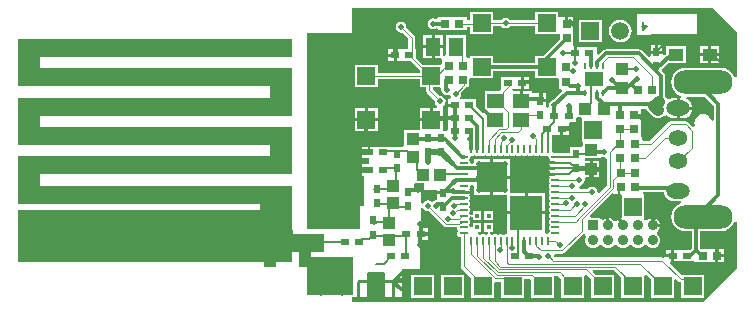
<source format=gbl>
G04 Layer_Physical_Order=4*
G04 Layer_Color=16711680*
%FSLAX25Y25*%
%MOIN*%
G70*
G01*
G75*
%ADD12C,0.00492*%
%ADD13C,0.01181*%
%ADD14C,0.03937*%
%ADD15C,0.00591*%
%ADD17R,0.05906X0.05906*%
%ADD18C,0.03543*%
%ADD19R,0.03543X0.03543*%
%ADD20C,0.05906*%
%ADD21O,0.19685X0.07874*%
%ADD22C,0.00394*%
%ADD23O,0.07874X0.05118*%
%ADD24O,0.06299X0.05118*%
%ADD25C,0.01969*%
%ADD26C,0.03150*%
%ADD43R,0.03150X0.02362*%
%ADD44R,0.03150X0.02756*%
%ADD45R,0.02756X0.03150*%
%ADD46R,0.05118X0.05906*%
%ADD47R,0.02362X0.03150*%
%ADD48R,0.05906X0.05906*%
%ADD49R,0.03937X0.03937*%
%ADD50R,0.03937X0.03937*%
%ADD51R,0.05512X0.04724*%
%ADD52R,0.10906X0.11417*%
%ADD53O,0.02835X0.00984*%
%ADD54O,0.00984X0.02835*%
%ADD55R,0.10315X0.10315*%
%ADD56R,0.01378X0.01378*%
%ADD57R,0.03937X0.04331*%
%ADD58R,0.04331X0.03937*%
%ADD59R,0.00984X0.01969*%
%ADD60R,0.05906X0.04724*%
%ADD61R,0.04921X0.04134*%
%ADD62R,0.04134X0.08661*%
%ADD63R,0.03937X0.04134*%
%ADD64C,0.01969*%
%ADD65C,0.01575*%
%ADD66C,0.00571*%
%ADD67C,0.00787*%
%ADD68R,0.91339X0.05906*%
%ADD69R,0.91339X0.17323*%
%ADD70R,0.14055X0.06299*%
%ADD71R,0.07441X0.06000*%
%ADD72R,0.07441X0.05500*%
%ADD73R,0.10630X0.05000*%
%ADD74R,0.07441X0.07000*%
%ADD75R,0.07441X0.06500*%
%ADD76R,0.15605X0.65818*%
%ADD77R,0.15605X0.12586*%
G36*
X129789Y63467D02*
X137008D01*
X137269Y63467D01*
X137795Y62898D01*
Y59941D01*
X138501D01*
X138828Y59153D01*
X135930Y56256D01*
X135464Y56163D01*
X134878Y55772D01*
X134486Y55186D01*
X134349Y54494D01*
X134430Y54087D01*
X134028Y53395D01*
X134012Y53382D01*
X133399Y53986D01*
Y55526D01*
X131431D01*
Y56018D01*
X130939D01*
Y58381D01*
X129498D01*
X129462Y58381D01*
X128710Y58466D01*
Y59139D01*
X125659D01*
Y55990D01*
X124675D01*
Y59139D01*
X122585D01*
X122120Y59927D01*
X122173Y60023D01*
X124870D01*
Y61992D01*
Y63960D01*
X118276D01*
Y60023D01*
X118276Y60023D01*
X118090Y59409D01*
X118037Y59139D01*
X112962D01*
Y52022D01*
X112235Y51721D01*
X110171Y53785D01*
Y56412D01*
X104926D01*
X104725Y56723D01*
X104583Y57200D01*
X104891Y57660D01*
X105028Y58351D01*
X104975Y58615D01*
X106722Y60361D01*
X106722Y60361D01*
X106825Y60515D01*
X107847D01*
Y62799D01*
X108135Y63467D01*
X108634Y63467D01*
X115615D01*
Y65802D01*
X129789D01*
Y63467D01*
D02*
G37*
G36*
X156102Y24803D02*
Y24803D01*
X156102Y24803D01*
X158037D01*
X158661Y24409D01*
Y16929D01*
X158661Y16929D01*
X158230Y16863D01*
X157956Y16750D01*
X157607Y16605D01*
X157072Y16195D01*
X156872Y15934D01*
X156718Y15877D01*
X156078D01*
X155923Y15934D01*
X155723Y16195D01*
X155188Y16605D01*
X154566Y16863D01*
X154390Y16886D01*
Y14370D01*
X153405D01*
Y16886D01*
X153230Y16863D01*
X152607Y16605D01*
X152244Y16327D01*
X151665Y16515D01*
X151457Y16680D01*
Y16929D01*
X148287D01*
X147985Y17657D01*
X155416Y25087D01*
X156102Y24803D01*
D02*
G37*
G36*
X172822Y25012D02*
X173160Y24198D01*
X173696Y23499D01*
X174395Y22963D01*
X175209Y22625D01*
X176083Y22511D01*
X178182D01*
X178338Y21723D01*
X177440Y21351D01*
X176453Y20594D01*
X175696Y19607D01*
X175220Y18458D01*
X175058Y17224D01*
X175220Y15991D01*
X175696Y14842D01*
X176453Y13855D01*
X177440Y13098D01*
X178589Y12622D01*
X179823Y12459D01*
X181863D01*
Y6783D01*
X181379Y6299D01*
X176083D01*
Y4331D01*
Y2362D01*
X182463D01*
X183169Y2165D01*
X183169Y2165D01*
X183169Y2165D01*
X187106D01*
X187894Y2165D01*
X188681Y2165D01*
X189764D01*
Y4331D01*
Y6496D01*
X188681D01*
X187894Y6496D01*
X187106Y6496D01*
X184959D01*
X184673Y6783D01*
Y12459D01*
X191634D01*
X192867Y12622D01*
X194017Y13098D01*
X195003Y13855D01*
X195761Y14842D01*
X196063Y15572D01*
X196850Y15415D01*
Y-0D01*
X185830Y-11021D01*
X68799D01*
Y-9448D01*
X70354D01*
Y-4330D01*
X70846D01*
Y-3838D01*
X73701D01*
Y-1886D01*
X73898Y-1180D01*
X79409D01*
X79606Y-1886D01*
Y-3838D01*
X85315D01*
Y-198D01*
X91219D01*
Y7087D01*
X91535D01*
Y9449D01*
X93898D01*
Y13386D01*
X91535D01*
Y15748D01*
X91536Y15748D01*
X91634Y16240D01*
X91634Y16240D01*
X91634Y16495D01*
Y20074D01*
X92362Y20251D01*
X92421Y20238D01*
X92793Y19682D01*
X93379Y19290D01*
X94070Y19153D01*
X94215Y19182D01*
X99280Y14117D01*
X99280Y14117D01*
X99621Y13889D01*
X100025Y13808D01*
X103597D01*
X103689Y13696D01*
X103789Y13196D01*
X104071Y12773D01*
Y12650D01*
X103789Y12226D01*
X103689Y11727D01*
X103789Y11228D01*
X104071Y10805D01*
X104495Y10522D01*
X104865Y10448D01*
Y833D01*
X104865Y833D01*
X104946Y430D01*
X105174Y88D01*
X108484Y-3223D01*
Y-9705D01*
X115965D01*
Y-5046D01*
X116507Y-4351D01*
X116507Y-4351D01*
X118484D01*
Y-5800D01*
X118451Y-5965D01*
X118484Y-6129D01*
Y-9705D01*
X125965D01*
Y-3327D01*
X128097D01*
X128484Y-3715D01*
Y-9705D01*
X135965D01*
Y-2343D01*
X137467D01*
X138484Y-3360D01*
Y-9705D01*
X145965D01*
Y-2308D01*
X146581Y-1811D01*
X148484Y-3715D01*
Y-9705D01*
X155965D01*
Y-2224D01*
X149974D01*
X148852Y-1102D01*
X149153Y-375D01*
X155971D01*
X158484Y-2888D01*
Y-9705D01*
X165965D01*
Y-2308D01*
X166581Y-1811D01*
X168484Y-3715D01*
Y-9705D01*
X175965D01*
Y-3680D01*
X176692Y-3379D01*
X177503Y-4190D01*
X177503Y-4190D01*
X177845Y-4418D01*
X178248Y-4499D01*
X178484Y-5216D01*
Y-9705D01*
X185965D01*
Y-2224D01*
X178518D01*
X174659Y1635D01*
X174960Y2362D01*
X175098D01*
Y3839D01*
X172850D01*
X172724Y3745D01*
X172516Y3646D01*
X172441Y3645D01*
X172155Y3701D01*
X172155Y3701D01*
X136199D01*
X135732Y4346D01*
X136221Y4997D01*
X138670D01*
X138670Y4997D01*
X139074Y5078D01*
X139415Y5306D01*
X145659Y11550D01*
X146030Y11692D01*
X146364Y11531D01*
X146662Y10661D01*
X146405Y10038D01*
X146317Y9370D01*
X146405Y8702D01*
X146662Y8079D01*
X147073Y7545D01*
X147607Y7135D01*
X148230Y6877D01*
X148898Y6789D01*
X149566Y6877D01*
X150188Y7135D01*
X150723Y7545D01*
X150923Y7806D01*
X151078Y7863D01*
X151717D01*
X151872Y7806D01*
X152073Y7545D01*
X152607Y7135D01*
X153230Y6877D01*
X153898Y6789D01*
X154566Y6877D01*
X155188Y7135D01*
X155723Y7545D01*
X155923Y7806D01*
X156078Y7863D01*
X156718D01*
X156872Y7806D01*
X157072Y7545D01*
X157607Y7135D01*
X158230Y6877D01*
X158898Y6789D01*
X159566Y6877D01*
X160188Y7135D01*
X160723Y7545D01*
X160923Y7806D01*
X161078Y7863D01*
X161717D01*
X161872Y7806D01*
X162073Y7545D01*
X162607Y7135D01*
X163230Y6877D01*
X163898Y6789D01*
X164566Y6877D01*
X165188Y7135D01*
X165723Y7545D01*
X165923Y7806D01*
X166078Y7863D01*
X166718D01*
X166872Y7806D01*
X167072Y7545D01*
X167607Y7135D01*
X168230Y6877D01*
X168898Y6789D01*
X169566Y6877D01*
X170188Y7135D01*
X170723Y7545D01*
X171133Y8079D01*
X171391Y8702D01*
X171479Y9370D01*
X171391Y10038D01*
X171133Y10661D01*
X170723Y11195D01*
X170461Y11396D01*
X170404Y11550D01*
Y12190D01*
X170461Y12344D01*
X170723Y12545D01*
X171133Y13080D01*
X171391Y13702D01*
X171414Y13878D01*
X168898D01*
Y14370D01*
X168405D01*
Y16886D01*
X168230Y16863D01*
X167607Y16605D01*
X167072Y16195D01*
X166538Y16104D01*
X166175Y16144D01*
X166170Y16153D01*
X166142Y16929D01*
X166142D01*
Y24409D01*
X166142D01*
X165679Y25154D01*
X165740Y25367D01*
X172776D01*
X172822Y25012D01*
D02*
G37*
G36*
X152025Y37199D02*
X152717Y37062D01*
X152785Y37075D01*
X153572Y36434D01*
Y27616D01*
X151177Y25221D01*
X150695Y25396D01*
X150413Y25570D01*
X150291Y26183D01*
X149899Y26769D01*
X149313Y27161D01*
X148622Y27299D01*
X147931Y27161D01*
X147345Y26769D01*
X147205Y26560D01*
X144857D01*
X144406Y27331D01*
X144598Y27644D01*
X145142Y27753D01*
X145729Y28144D01*
X146120Y28730D01*
X146258Y29422D01*
X146214Y29640D01*
X146784Y30428D01*
X147868D01*
Y33184D01*
Y35940D01*
X146494D01*
X146266Y36333D01*
X146494Y36727D01*
X151116D01*
Y36924D01*
X151903Y37281D01*
X152025Y37199D01*
D02*
G37*
G36*
X196850Y78740D02*
Y63915D01*
X196063Y63759D01*
X195761Y64489D01*
X195003Y65476D01*
X194017Y66233D01*
X192867Y66709D01*
X191634Y66872D01*
X179823D01*
X178589Y66709D01*
X177440Y66233D01*
X176453Y65476D01*
X175696Y64489D01*
X175220Y63340D01*
X175058Y62106D01*
X175220Y60873D01*
X175696Y59724D01*
X176453Y58737D01*
X177440Y57980D01*
X178338Y57608D01*
X178182Y56820D01*
X177953D01*
Y53937D01*
X182149D01*
X182099Y54318D01*
X181762Y55133D01*
X181225Y55832D01*
X180526Y56368D01*
X180078Y56554D01*
X180235Y57341D01*
X186341D01*
X189343Y54339D01*
Y49471D01*
X188605Y49294D01*
X188308Y50013D01*
X187834Y50630D01*
X187217Y51103D01*
X186499Y51400D01*
X185728Y51502D01*
X184958Y51400D01*
X184239Y51103D01*
X183622Y50630D01*
X183149Y50013D01*
X182852Y49294D01*
X182750Y48524D01*
X182852Y47753D01*
X182886Y47671D01*
X182218Y47225D01*
X180666Y48777D01*
X180324Y49005D01*
X179921Y49085D01*
X179921Y49085D01*
X174902D01*
X174902Y49085D01*
X174498Y49005D01*
X174156Y48777D01*
X174156Y48777D01*
X167969Y42589D01*
X165813D01*
X165256Y43146D01*
X165256Y43701D01*
X164862Y44325D01*
X164862Y44488D01*
Y48819D01*
X164862D01*
Y48819D01*
X164862Y48819D01*
Y50689D01*
X162697D01*
Y51673D01*
X164862D01*
Y53320D01*
X166629D01*
X166786Y52941D01*
X167227Y52365D01*
X168704Y50889D01*
X169279Y50447D01*
X169950Y50169D01*
X170669Y50075D01*
X171389Y50169D01*
X172059Y50447D01*
X172635Y50889D01*
X172734Y51018D01*
X173688Y51058D01*
X173717Y51042D01*
X174395Y50522D01*
X175209Y50185D01*
X176083Y50069D01*
X176969D01*
Y53445D01*
Y56820D01*
X176083D01*
X175209Y56705D01*
X174610Y56457D01*
X174543Y56447D01*
X173958Y56617D01*
X173652Y56790D01*
X173563Y57006D01*
X173157Y57535D01*
Y64173D01*
X173050Y64711D01*
X172745Y65167D01*
X172146Y65766D01*
Y66419D01*
X174133Y68405D01*
X179921D01*
Y74114D01*
X173425D01*
Y71672D01*
X172873Y71120D01*
X172146Y71421D01*
Y71653D01*
X168209D01*
Y70817D01*
X167421Y70491D01*
X165216Y72696D01*
X164760Y73001D01*
X164222Y73108D01*
X153387D01*
X152849Y73001D01*
X152393Y72696D01*
X150924Y71227D01*
X150197Y71529D01*
Y73721D01*
X143602D01*
Y71752D01*
X142618D01*
Y73846D01*
X142385Y74389D01*
X142385Y74508D01*
Y78326D01*
X142385Y79114D01*
X142385Y79901D01*
Y80984D01*
X140220D01*
Y81476D01*
X139728D01*
Y83838D01*
X138056D01*
X137269Y83842D01*
Y85514D01*
X129789D01*
Y82828D01*
X121341D01*
X121128Y83146D01*
X120543Y83538D01*
X119851Y83675D01*
X119160Y83538D01*
X118574Y83146D01*
X118361Y82828D01*
X115615D01*
Y85514D01*
X108135D01*
Y82726D01*
X106864D01*
Y83837D01*
X102927D01*
X102139Y83837D01*
X101352Y83837D01*
X97415D01*
Y83412D01*
X96627Y83113D01*
X96434Y83242D01*
X95743Y83380D01*
X95052Y83242D01*
X94466Y82851D01*
X94074Y82265D01*
X93937Y81574D01*
X94074Y80882D01*
X94466Y80296D01*
X95052Y79905D01*
X95743Y79767D01*
X96434Y79905D01*
X96627Y80034D01*
X97415Y79735D01*
Y79507D01*
X101352D01*
X102139Y79507D01*
X102927Y79507D01*
X106864D01*
Y80618D01*
X108135D01*
Y78034D01*
X115615D01*
Y80720D01*
X118488D01*
X118574Y80591D01*
X119160Y80200D01*
X119851Y80062D01*
X120543Y80200D01*
X121128Y80591D01*
X121215Y80720D01*
X129789D01*
Y78034D01*
X137267D01*
X138055Y78030D01*
Y76573D01*
X132535Y71054D01*
X132464Y70947D01*
X129789D01*
Y68612D01*
X115615D01*
Y70947D01*
X108135D01*
Y70632D01*
X107969Y70246D01*
X107273Y70056D01*
X106569Y70507D01*
Y77737D01*
X99876D01*
Y71172D01*
X99482Y70948D01*
X99089Y71172D01*
Y73505D01*
X96234D01*
Y70257D01*
X98127D01*
X98793Y69964D01*
X98793Y69526D01*
Y68556D01*
X98236Y67999D01*
X92408D01*
X90158Y70249D01*
Y73130D01*
X89614D01*
Y76948D01*
X89614Y76948D01*
X89534Y77351D01*
X89306Y77693D01*
X89306Y77693D01*
X86772Y80228D01*
X86824Y80491D01*
X86686Y81182D01*
X86295Y81769D01*
X85709Y82160D01*
X85018Y82298D01*
X84326Y82160D01*
X83740Y81769D01*
X83349Y81182D01*
X83211Y80491D01*
X83349Y79800D01*
X83740Y79214D01*
X84326Y78822D01*
X85018Y78685D01*
X85281Y78737D01*
X87507Y76512D01*
Y73130D01*
X83563D01*
Y71161D01*
Y69193D01*
X88234D01*
X91326Y66100D01*
X91204Y65313D01*
X77239D01*
Y67999D01*
X69759D01*
Y60519D01*
X77239D01*
Y63205D01*
X91413D01*
Y60519D01*
X93312D01*
Y59434D01*
X93312Y59434D01*
X93392Y59030D01*
X93621Y58688D01*
X96351Y55958D01*
X96298Y55694D01*
X96436Y55003D01*
X96828Y54417D01*
X97123Y54220D01*
X96884Y53432D01*
X95645D01*
Y50184D01*
X98893D01*
Y53242D01*
X98893Y53432D01*
X99012Y54170D01*
X99382Y54417D01*
X99774Y55003D01*
X99911Y55694D01*
X99774Y56386D01*
X99382Y56972D01*
X98796Y57363D01*
X98105Y57501D01*
X97841Y57448D01*
X95558Y59731D01*
X95754Y60519D01*
X97918D01*
X97926Y60515D01*
X98503Y59731D01*
X98463Y59532D01*
X98601Y58841D01*
X98992Y58255D01*
X99578Y57863D01*
X100270Y57726D01*
X100719Y57815D01*
X101331Y57701D01*
X101690Y57128D01*
X101316Y56412D01*
X100722D01*
Y54936D01*
X103084D01*
Y53952D01*
X100722D01*
Y52869D01*
X100722Y52475D01*
X100722D01*
X100722Y52081D01*
X100722Y52081D01*
Y50605D01*
X103084D01*
Y49621D01*
X100722D01*
Y48538D01*
X100722Y48144D01*
X100722D01*
X100722Y47751D01*
X100722Y47751D01*
Y46406D01*
X100329Y45782D01*
X99610D01*
X98893Y45952D01*
Y49200D01*
X91413D01*
Y46634D01*
X91413Y46176D01*
X90972Y46176D01*
X86155D01*
Y41260D01*
X85728Y40650D01*
X85525Y40650D01*
X81791D01*
X81791Y40650D01*
X81431Y40664D01*
Y40664D01*
X81010Y40664D01*
X76706D01*
Y40664D01*
X76706D01*
X76706Y40664D01*
X74836D01*
Y38696D01*
X74344D01*
Y38203D01*
X71982D01*
Y36727D01*
X74311D01*
Y34941D01*
X71949D01*
Y31004D01*
X72736D01*
Y27538D01*
X72703Y27457D01*
X72585Y26560D01*
X72703Y25664D01*
X72736Y25583D01*
Y20768D01*
X71457D01*
Y13285D01*
X68799D01*
Y86986D01*
X188605D01*
X196850Y78740D01*
D02*
G37*
G36*
X92848Y26097D02*
X97179D01*
Y25802D01*
X99147D01*
Y24818D01*
X97179D01*
Y22955D01*
X97121D01*
X96583Y22848D01*
X96127Y22543D01*
X96105Y22521D01*
X95348Y22237D01*
X94762Y22628D01*
X94070Y22766D01*
X93379Y22628D01*
X92793Y22237D01*
X92421Y21680D01*
X92362Y21668D01*
X91634Y21845D01*
Y25689D01*
X89272D01*
Y27686D01*
X89288Y28062D01*
X89890Y28459D01*
X92848D01*
Y26097D01*
D02*
G37*
G36*
X133491Y37668D02*
X133990Y37568D01*
X134240Y37318D01*
X134340Y36818D01*
X134623Y36395D01*
Y36272D01*
X134340Y35848D01*
X134338Y35841D01*
X136470D01*
Y34857D01*
X134338D01*
X134340Y34850D01*
X134623Y34427D01*
Y34303D01*
X134340Y33880D01*
X134338Y33873D01*
X136470D01*
Y32888D01*
X134338D01*
X134340Y32881D01*
X134623Y32458D01*
Y32335D01*
X134340Y31911D01*
X134338Y31904D01*
X136470D01*
Y30920D01*
X134338D01*
X134340Y30913D01*
X134623Y30490D01*
Y30366D01*
X134340Y29943D01*
X134240Y29444D01*
X134340Y28944D01*
X134623Y28521D01*
Y28398D01*
X134340Y27974D01*
X134240Y27475D01*
X134340Y26976D01*
X134623Y26553D01*
Y26429D01*
X134340Y26006D01*
X134240Y25507D01*
X134340Y25007D01*
X134623Y24584D01*
Y24461D01*
X134340Y24037D01*
X134240Y23538D01*
X134340Y23039D01*
X134623Y22616D01*
Y22492D01*
X134340Y22069D01*
X134240Y21570D01*
X134340Y21070D01*
X134623Y20647D01*
Y20524D01*
X134340Y20100D01*
X134240Y19601D01*
X134340Y19102D01*
X134623Y18679D01*
Y18555D01*
X134340Y18132D01*
X134240Y17633D01*
X134340Y17133D01*
X134623Y16710D01*
Y16587D01*
X134340Y16163D01*
X134240Y15664D01*
X134340Y15165D01*
X134591Y14680D01*
X134340Y14195D01*
X134240Y13696D01*
X134340Y13196D01*
X134623Y12773D01*
Y12650D01*
X134340Y12226D01*
X134240Y11727D01*
X133507Y11380D01*
X133491Y11377D01*
X133437Y11342D01*
X133257Y11424D01*
X132947Y12121D01*
X132947Y12121D01*
Y18125D01*
X120466D01*
Y12229D01*
X120342Y11863D01*
X120150Y11464D01*
X119711Y11377D01*
X119288Y11095D01*
X119164D01*
X118741Y11377D01*
X118242Y11477D01*
X117743Y11377D01*
X117319Y11095D01*
X117196D01*
X116773Y11377D01*
X116273Y11477D01*
X115774Y11377D01*
X115351Y11095D01*
X115227D01*
X114820Y11366D01*
X114804Y11377D01*
X114804Y11377D01*
X114531Y11441D01*
X114607Y12219D01*
X115781D01*
Y15172D01*
X112829D01*
Y12219D01*
X114002D01*
X114079Y11441D01*
X113806Y11377D01*
X113806Y11377D01*
X113789Y11366D01*
X113382Y11095D01*
X113259D01*
X112836Y11377D01*
X112336Y11477D01*
X111837Y11377D01*
X111414Y11095D01*
X111290D01*
X110867Y11377D01*
X110593Y11432D01*
X110670Y12219D01*
X111844D01*
Y15172D01*
X108891D01*
Y13998D01*
X108104Y13920D01*
X108049Y14195D01*
X107767Y14618D01*
Y14742D01*
X108049Y15165D01*
X108149Y15664D01*
X108049Y16163D01*
X107767Y16587D01*
Y16710D01*
X108039Y17117D01*
X108049Y17133D01*
X108049Y17133D01*
X108113Y17407D01*
X108891Y17330D01*
Y16156D01*
X111844D01*
Y19109D01*
X108891D01*
Y17935D01*
X108113Y17858D01*
X108049Y18132D01*
X108049Y18132D01*
X108039Y18148D01*
X107767Y18555D01*
Y18679D01*
X108049Y19102D01*
X108149Y19601D01*
X108049Y20100D01*
X107767Y20524D01*
Y20647D01*
X108049Y21070D01*
X108149Y21570D01*
X108049Y22069D01*
X107767Y22492D01*
Y22616D01*
X108049Y23039D01*
X108149Y23538D01*
X108049Y24037D01*
X107767Y24461D01*
Y24584D01*
X108049Y25007D01*
X108051Y25014D01*
X105919D01*
Y25999D01*
X108051D01*
X108049Y26006D01*
X107767Y26429D01*
Y26553D01*
X108049Y26976D01*
X108149Y27475D01*
X108127Y27582D01*
X108564Y27884D01*
X109344Y27520D01*
Y24483D01*
X114797D01*
Y30428D01*
Y36373D01*
X109344D01*
Y35304D01*
X108564Y34940D01*
X108127Y35242D01*
X108149Y35349D01*
X108049Y35848D01*
X107767Y36272D01*
Y36395D01*
X108049Y36818D01*
X108053Y36834D01*
X108319Y37398D01*
X108883Y37664D01*
X108899Y37668D01*
X109322Y37950D01*
X109445D01*
X109869Y37668D01*
X110368Y37568D01*
X110867Y37668D01*
X111290Y37950D01*
X111414D01*
X111837Y37668D01*
X112336Y37568D01*
X112836Y37668D01*
X113259Y37950D01*
X113382D01*
X113806Y37668D01*
X114305Y37568D01*
X114804Y37668D01*
X115227Y37950D01*
X115351D01*
X115774Y37668D01*
X116273Y37568D01*
X116773Y37668D01*
X117196Y37950D01*
X117319D01*
X117743Y37668D01*
X118242Y37568D01*
X118741Y37668D01*
X119164Y37950D01*
X119288D01*
X119711Y37668D01*
X120210Y37568D01*
X120710Y37668D01*
X121133Y37950D01*
X121256D01*
X121680Y37668D01*
X122179Y37568D01*
X122678Y37668D01*
X123101Y37950D01*
X123225D01*
X123648Y37668D01*
X124147Y37568D01*
X124647Y37668D01*
X125070Y37950D01*
X125193D01*
X125617Y37668D01*
X126116Y37568D01*
X126615Y37668D01*
X127038Y37950D01*
X127162D01*
X127585Y37668D01*
X128084Y37568D01*
X128584Y37668D01*
X129007Y37950D01*
X129130D01*
X129554Y37668D01*
X130053Y37568D01*
X130552Y37668D01*
X130975Y37950D01*
X131099D01*
X131522Y37668D01*
X132021Y37568D01*
X132521Y37668D01*
X132944Y37950D01*
X133067D01*
X133491Y37668D01*
D02*
G37*
G36*
X145374Y49902D02*
X145374Y49803D01*
Y42931D01*
X145374Y42421D01*
X145604Y41729D01*
Y41288D01*
X145210Y40664D01*
X141273D01*
Y38522D01*
X137896D01*
X137895Y38523D01*
X137395Y38622D01*
X136047D01*
X135483Y38810D01*
X135294Y39375D01*
Y40723D01*
X135195Y41222D01*
X135194Y41224D01*
Y44601D01*
X138025D01*
Y46570D01*
X138517D01*
Y47062D01*
X140880D01*
Y48538D01*
X141504Y48932D01*
X143242D01*
Y49993D01*
X143701Y50591D01*
X144029Y50591D01*
X145136D01*
X145374Y49902D01*
D02*
G37*
%LPC*%
G36*
X73852Y40664D02*
X71982D01*
Y39188D01*
X73852D01*
Y40664D01*
D02*
G37*
G36*
X140880Y46077D02*
X139010D01*
Y44601D01*
X140880D01*
Y46077D01*
D02*
G37*
G36*
X151116Y35940D02*
X148852D01*
Y33676D01*
X151116D01*
Y35940D01*
D02*
G37*
G36*
Y32692D02*
X148852D01*
Y30428D01*
X151116D01*
Y32692D01*
D02*
G37*
G36*
X121234Y36373D02*
X115781D01*
Y30920D01*
X121234D01*
Y36373D01*
D02*
G37*
G36*
X132947Y25113D02*
X127199D01*
Y19109D01*
X132947D01*
Y25113D01*
D02*
G37*
G36*
X81969Y-4822D02*
X79606D01*
Y-9448D01*
X81969D01*
Y-4822D01*
D02*
G37*
G36*
X85315D02*
X82953D01*
Y-9448D01*
X85315D01*
Y-4822D01*
D02*
G37*
G36*
X73701D02*
X71339D01*
Y-9448D01*
X73701D01*
Y-4822D01*
D02*
G37*
G36*
X95965Y-2224D02*
X88484D01*
Y-9705D01*
X95965D01*
Y-2224D01*
D02*
G37*
G36*
X105965D02*
X98484D01*
Y-9705D01*
X105965D01*
Y-2224D01*
D02*
G37*
G36*
X192618Y3839D02*
X190748D01*
Y2165D01*
X192618D01*
Y3839D01*
D02*
G37*
G36*
X115781Y19109D02*
X112829D01*
Y16156D01*
X115781D01*
Y19109D01*
D02*
G37*
G36*
X121234Y29936D02*
X115781D01*
Y24483D01*
X120466D01*
Y19109D01*
X126214D01*
Y25113D01*
X121234D01*
Y29936D01*
D02*
G37*
G36*
X169390Y16886D02*
Y14862D01*
X171414D01*
X171391Y15038D01*
X171133Y15661D01*
X170723Y16195D01*
X170188Y16605D01*
X169566Y16863D01*
X169390Y16886D01*
D02*
G37*
G36*
X175098Y6299D02*
X173228D01*
Y4823D01*
X175098D01*
Y6299D01*
D02*
G37*
G36*
X190748Y6496D02*
Y4823D01*
X192618D01*
Y6496D01*
X190748D01*
D02*
G37*
G36*
X73007Y49200D02*
X69759D01*
Y45952D01*
X73007D01*
Y49200D01*
D02*
G37*
G36*
X169685Y74508D02*
X168209D01*
Y72638D01*
X169685D01*
Y74508D01*
D02*
G37*
G36*
X172146D02*
X170669D01*
Y72638D01*
X172146D01*
Y74508D01*
D02*
G37*
G36*
X191142Y74114D02*
X188386D01*
Y71752D01*
X191142D01*
Y74114D01*
D02*
G37*
G36*
X82579Y73130D02*
X80709D01*
Y71653D01*
X82579D01*
Y73130D01*
D02*
G37*
G36*
X187402Y74114D02*
X184646D01*
Y71752D01*
X187402D01*
Y74114D01*
D02*
G37*
G36*
X95250Y77737D02*
X92396D01*
Y74489D01*
X95250D01*
Y77737D01*
D02*
G37*
G36*
X163579Y84883D02*
Y78645D01*
X163579Y78190D01*
X163908Y77994D01*
X163908Y77994D01*
X164286Y77994D01*
X168500D01*
Y78190D01*
X183658Y78190D01*
Y84883D01*
X163579Y84883D01*
D02*
G37*
G36*
X140712Y83838D02*
Y81968D01*
X142385D01*
Y83838D01*
X140712D01*
D02*
G37*
G36*
X151869Y82952D02*
X144389D01*
Y75472D01*
X151869D01*
Y82952D01*
D02*
G37*
G36*
X99089Y77737D02*
X96234D01*
Y74489D01*
X99089D01*
Y77737D01*
D02*
G37*
G36*
X158129Y82984D02*
X157152Y82856D01*
X156243Y82479D01*
X155461Y81880D01*
X154862Y81098D01*
X154485Y80188D01*
X154356Y79212D01*
X154485Y78236D01*
X154862Y77326D01*
X155461Y76544D01*
X156243Y75945D01*
X157152Y75568D01*
X158129Y75440D01*
X159105Y75568D01*
X160015Y75945D01*
X160796Y76544D01*
X161396Y77326D01*
X161773Y78236D01*
X161901Y79212D01*
X161773Y80188D01*
X161396Y81098D01*
X160796Y81880D01*
X160015Y82479D01*
X159105Y82856D01*
X158129Y82984D01*
D02*
G37*
G36*
X95250Y73505D02*
X92396D01*
Y70257D01*
X95250D01*
Y73505D01*
D02*
G37*
G36*
X77239Y53432D02*
X73991D01*
Y50184D01*
X77239D01*
Y53432D01*
D02*
G37*
G36*
X94661Y53432D02*
X91413D01*
Y50184D01*
X94661D01*
Y53432D01*
D02*
G37*
G36*
X73007Y53432D02*
X69759D01*
Y50184D01*
X73007D01*
Y53432D01*
D02*
G37*
G36*
X77239Y49200D02*
X73991D01*
Y45952D01*
X77239D01*
Y49200D01*
D02*
G37*
G36*
X182149Y52953D02*
X177953D01*
Y50069D01*
X178839D01*
X179712Y50185D01*
X180526Y50522D01*
X181225Y51058D01*
X181762Y51757D01*
X182099Y52571D01*
X182149Y52953D01*
D02*
G37*
G36*
X131923Y58381D02*
Y56511D01*
X133399D01*
Y58381D01*
X131923D01*
D02*
G37*
G36*
X191142Y70768D02*
X188386D01*
Y68405D01*
X191142D01*
Y70768D01*
D02*
G37*
G36*
X82579Y70669D02*
X80709D01*
Y69193D01*
X82579D01*
Y70669D01*
D02*
G37*
G36*
X187402Y70768D02*
X184646D01*
Y68405D01*
X187402D01*
Y70768D01*
D02*
G37*
G36*
X127724Y61500D02*
X125854D01*
Y60023D01*
X127724D01*
Y61500D01*
D02*
G37*
G36*
Y63960D02*
X125854D01*
Y62484D01*
X127724D01*
Y63960D01*
D02*
G37*
%LPD*%
D12*
X154626Y27179D02*
Y38878D01*
X144291Y16845D02*
X154626Y27179D01*
X144291Y16746D02*
Y16845D01*
X143209Y15664D02*
X144291Y16746D01*
X155709Y26870D02*
Y29429D01*
X145276Y16437D02*
X155709Y26870D01*
X145276Y12656D02*
Y16437D01*
X138670Y6051D02*
X145276Y12656D01*
X133858Y4035D02*
X134252D01*
X135640Y2648D01*
X131547Y6051D02*
X138670D01*
X179705Y-3445D02*
X182224Y-5965D01*
X178248Y-3445D02*
X179705D01*
X172155Y2648D02*
X178248Y-3445D01*
X135640Y2648D02*
X172155D01*
X122179Y6825D02*
Y9247D01*
X120210Y2067D02*
Y9247D01*
Y2067D02*
X120614Y1663D01*
X164596D02*
X172224Y-5965D01*
X128533Y-2274D02*
X132224Y-5965D01*
X116875Y-2274D02*
X128533D01*
X137903Y-1289D02*
X139764Y-3150D01*
X117305Y-1289D02*
X137903D01*
X146565Y-305D02*
X152224Y-5965D01*
X117712Y-305D02*
X146565D01*
X156407Y679D02*
X162323Y-5236D01*
X118120Y679D02*
X156407D01*
X120614Y1663D02*
X164596D01*
X116507Y-3297D02*
X120750D01*
X114305Y3102D02*
X117712Y-305D01*
X112336Y3679D02*
X117305Y-1289D01*
X110368Y4233D02*
X116875Y-2274D01*
X116191Y2608D02*
X118120Y679D01*
X112336Y3679D02*
Y9247D01*
X114305Y3102D02*
Y9247D01*
X116191Y2608D02*
Y9164D01*
X108399Y4810D02*
X116507Y-3297D01*
X108399Y4810D02*
Y9247D01*
X110368Y4233D02*
Y9247D01*
X119505Y-5965D02*
X122224D01*
X116191Y9164D02*
X116273Y9247D01*
X105919Y833D02*
X112323Y-5571D01*
X105919Y833D02*
Y11727D01*
X100689Y16634D02*
X104224D01*
X105222Y17633D01*
X105919D01*
X94070Y20817D02*
X100025Y14862D01*
X94070Y20817D02*
Y20959D01*
X104420Y14862D02*
X105222Y15664D01*
X100025Y14862D02*
X104420D01*
X105222Y15664D02*
X105919D01*
X102397Y18348D02*
Y18406D01*
Y18348D02*
X102437Y18308D01*
X103730Y19601D02*
X105919D01*
X102437Y18308D02*
X103730Y19601D01*
X102559Y20866D02*
X103262Y21570D01*
X105919D01*
X88561Y70356D02*
Y76948D01*
X85018Y80491D02*
X88561Y76948D01*
X142006Y27475D02*
X142090Y27559D01*
X136470Y27475D02*
X142006D01*
X136470Y29444D02*
X144429D01*
X144451Y29422D01*
X95153Y64357D02*
X96927D01*
X94366Y59434D02*
Y64259D01*
X94658D02*
X95153D01*
X94366D02*
X94658D01*
X73499D02*
X94366D01*
X73499Y64259D02*
X73499Y64259D01*
X88561Y70356D02*
X94658Y64259D01*
X133529Y81774D02*
X133529Y81774D01*
X111875Y81774D02*
X133529D01*
X111773Y81672D02*
X111875Y81774D01*
X104501Y81672D02*
X111773D01*
X105288Y67109D02*
Y71931D01*
X103223Y73997D02*
X105288Y71931D01*
X94366Y59434D02*
X98105Y55694D01*
X96927Y64357D02*
X100171Y67601D01*
X103222Y58351D02*
X105977Y61106D01*
X120604Y47198D02*
Y52278D01*
X119851Y46445D02*
X120604Y47198D01*
X117723Y46445D02*
X119851D01*
X124023Y45461D02*
X125132Y46570D01*
X118492Y45461D02*
X124023D01*
X116273Y43242D02*
X118492Y45461D01*
X114305Y43026D02*
X117723Y46445D01*
X119064Y53818D02*
Y59006D01*
X121541Y61483D01*
X119064Y53818D02*
X120604Y52278D01*
X105977Y61106D02*
Y62385D01*
X130053Y7546D02*
X131547Y6051D01*
X136484Y9247D02*
X137957Y7774D01*
X136470Y15664D02*
X143209D01*
X133990Y9247D02*
X136484D01*
X136584Y23623D02*
X142133D01*
X136485Y23524D02*
X136584Y23623D01*
X141437Y19685D02*
X143799Y22047D01*
X146365Y21064D02*
Y21556D01*
X142920Y17618D02*
X146365Y21064D01*
X136485Y17618D02*
X142920D01*
X137569Y19685D02*
X141437D01*
X136470Y21570D02*
X140157D01*
X136470Y17633D02*
X136485Y17618D01*
X136470Y25507D02*
X148608D01*
X148622Y25492D01*
X136470Y23538D02*
X136485Y23524D01*
X137568Y19686D02*
X137569Y19685D01*
X154626Y38878D02*
X157480Y41732D01*
X118242Y39798D02*
Y42356D01*
X119291Y43406D01*
X162500Y70374D02*
X168602Y64272D01*
Y60138D02*
Y64272D01*
Y60138D02*
X169193Y59547D01*
X153937Y70374D02*
X162500D01*
X152362Y68799D02*
X153937Y70374D01*
X152362Y67618D02*
Y68799D01*
X158169Y31890D02*
X162795D01*
X158169Y36811D02*
X158169Y36811D01*
Y31890D02*
Y36811D01*
X118242Y5708D02*
Y9247D01*
X130053Y7546D02*
Y9247D01*
X136470Y27475D02*
X136485Y27461D01*
X116273Y39798D02*
Y43242D01*
X120210Y39798D02*
Y41175D01*
X121850Y42815D01*
X128937Y44291D02*
X130053Y43176D01*
Y39798D02*
Y43176D01*
X114305Y39798D02*
Y43026D01*
X125132Y46570D02*
Y50113D01*
X126313Y51294D02*
X131431D01*
X125132Y50113D02*
X126313Y51294D01*
X136485Y27461D02*
X136486Y27462D01*
X158071Y41634D02*
Y46457D01*
X162795D01*
X155709Y29429D02*
X158169Y31890D01*
X117913Y6036D02*
Y6168D01*
Y6036D02*
X118242Y5708D01*
X162894Y36811D02*
X166240D01*
X173031Y43602D01*
X177461D01*
Y35728D02*
X182087Y40354D01*
X179921Y48031D02*
X182087Y45866D01*
Y40354D02*
Y45866D01*
X162894Y41535D02*
X168405D01*
X174902Y48031D01*
X179921D01*
D13*
X99344Y25507D02*
X99626Y25789D01*
X102466D01*
X157382Y16831D02*
X158898Y15315D01*
Y14370D02*
Y15315D01*
X96727Y20762D02*
Y21156D01*
X97121Y21550D01*
X102002Y23440D02*
X105821D01*
X141203Y82459D02*
X142680Y80983D01*
Y81180D01*
X95153Y49692D02*
X95574Y50113D01*
X99443D01*
X73013Y45264D02*
X73499Y45750D01*
Y49692D01*
X140220Y81476D02*
X141203Y82459D01*
X99679Y81574D02*
X99777Y81672D01*
X95743Y81574D02*
X99679D01*
X111875Y67207D02*
X133529D01*
Y70060D01*
X140220Y76751D01*
X87789Y26174D02*
X90528D01*
X82461Y-4330D02*
X84921Y-6790D01*
X86198D01*
X83149Y-3641D02*
X86198D01*
X83149D02*
X85610Y-1181D01*
X86198D01*
X95347Y11417D02*
X95350Y11414D01*
X91535Y11417D02*
X95347D01*
X91414Y14957D02*
X91535Y14835D01*
Y11417D02*
Y14835D01*
X91217Y11099D02*
X91535Y11417D01*
X91217Y7774D02*
Y11099D01*
X100171Y59630D02*
X100270Y59532D01*
X100171Y59630D02*
Y62877D01*
X131561Y56186D02*
Y60713D01*
X129956Y62318D02*
X131561Y60713D01*
X125952Y62318D02*
X129956D01*
X131431Y56018D02*
X132074Y56860D01*
X111549Y53755D02*
X111586Y53791D01*
X99443Y50113D02*
X103084D01*
Y43518D02*
Y50113D01*
X97121Y21550D02*
X99021D01*
X99541Y21176D02*
X102002Y23440D01*
X127657Y4134D02*
X130674D01*
X131069Y3739D01*
X126116Y5675D02*
X127657Y4134D01*
X126116Y5675D02*
Y9247D01*
X180315Y4331D02*
X181398D01*
X183268Y6201D01*
X184547Y4921D01*
X183268Y6201D02*
Y17126D01*
X183563Y17224D02*
X190748Y24409D01*
X162992Y27165D02*
X163681D01*
X170472Y66732D02*
X175000Y71260D01*
X176673D01*
X190748Y24409D02*
Y54921D01*
X183563Y62106D02*
X190748Y54921D01*
X150394Y68710D02*
X153387Y71703D01*
X164222D01*
X150394Y67618D02*
Y68710D01*
X161811Y61516D02*
X163583Y63287D01*
X159744Y59449D02*
X161811Y61516D01*
X163779Y59547D01*
X164469D01*
X159055Y59449D02*
X159744D01*
X140224Y58563D02*
X144587D01*
X136155Y54494D02*
X140224Y58563D01*
X144587D02*
X146457D01*
X153937Y60138D02*
X158169D01*
X158957D01*
X155512Y62795D02*
X158169Y60138D01*
X147835Y71752D02*
X148425Y71161D01*
Y67618D02*
Y71161D01*
X150394Y56890D02*
X152559Y54724D01*
X150394Y56890D02*
Y58563D01*
X152362D02*
X153937Y60138D01*
X99344Y25507D02*
X103281Y29444D01*
X136155Y50900D02*
Y54494D01*
X105447Y37318D02*
X105919D01*
X99541Y43223D02*
X105447Y37318D01*
X103773Y33381D02*
X105919D01*
X103281Y29444D02*
X105919D01*
X99147Y25310D02*
X99344Y25507D01*
X112336Y33381D02*
X115289Y30428D01*
X114305Y29444D02*
X115289Y30428D01*
X105821Y23440D02*
X105919Y23538D01*
X107809Y45782D02*
X108399Y45192D01*
X103084Y50113D02*
X103084D01*
X103084D02*
Y54444D01*
X107809Y50113D02*
X110466Y47455D01*
X110368Y39798D02*
X110466Y39896D01*
Y47455D01*
X124344Y57200D02*
X125132Y56412D01*
X131037D01*
X131431Y56018D01*
X115191Y50113D02*
X116470D01*
X111549Y53755D02*
X115191Y50113D01*
X108399Y39798D02*
Y45192D01*
X102466Y25507D02*
X105919D01*
X101017Y36136D02*
X103773Y33381D01*
X105919Y29444D02*
X114305D01*
X105919Y33381D02*
X112336D01*
X143898Y59252D02*
X144587Y58563D01*
X143898Y59252D02*
Y61024D01*
X141240D02*
X143898D01*
X139961Y62303D02*
X141240Y61024D01*
X157972Y51181D02*
Y51378D01*
X157972Y51378D01*
Y54724D01*
X88911Y43223D02*
X99541D01*
X148975Y38868D02*
X152717D01*
X148360Y39483D02*
X148975Y38868D01*
X164222Y71703D02*
X171752Y64173D01*
X152559Y54724D02*
X157972D01*
X171752Y56988D02*
Y64173D01*
X157382Y16831D02*
Y19094D01*
X163386Y26772D02*
X176891D01*
X177657Y26005D01*
X170768Y56004D02*
X171752Y56988D01*
X157972Y54724D02*
X168898D01*
D14*
X169193Y54331D02*
X169870D01*
X169193D02*
X170669Y52854D01*
X169870Y54331D02*
X171155Y55616D01*
D15*
X165745Y82127D02*
Y79372D01*
X167123Y80749D01*
X165286D01*
D17*
X142224Y-5965D02*
D03*
X132224D02*
D03*
X162224D02*
D03*
X152224D02*
D03*
X122224D02*
D03*
X112224D02*
D03*
X102224D02*
D03*
X92224D02*
D03*
X162402Y20669D02*
D03*
X182224Y-5965D02*
D03*
X172224D02*
D03*
X149114Y46161D02*
D03*
X148129Y79212D02*
D03*
D18*
X168898Y14370D02*
D03*
X163898D02*
D03*
X158898D02*
D03*
X153898D02*
D03*
X148898Y9370D02*
D03*
X153898D02*
D03*
X158898D02*
D03*
X163898D02*
D03*
X168898D02*
D03*
D19*
X148898Y14370D02*
D03*
D20*
X158129Y79212D02*
D03*
D21*
X185728Y62106D02*
D03*
Y17224D02*
D03*
D22*
Y48524D02*
D03*
Y30807D02*
D03*
D23*
X177461Y25886D02*
D03*
Y53445D02*
D03*
D24*
Y35728D02*
D03*
Y43602D02*
D03*
D25*
X102466Y25789D02*
D03*
X133858Y4035D02*
D03*
X122146Y6791D02*
D03*
X103084Y43518D02*
D03*
X102397Y18406D02*
D03*
X100689Y16634D02*
D03*
X102559Y20866D02*
D03*
X96727Y20762D02*
D03*
X100886Y1870D02*
D03*
X85018Y80491D02*
D03*
X141794Y46740D02*
D03*
X142188Y65731D02*
D03*
X142680Y81180D02*
D03*
X144451Y29422D02*
D03*
X142090Y27552D02*
D03*
X94070Y20959D02*
D03*
X73013Y45264D02*
D03*
X119851Y81869D02*
D03*
X95743Y81574D02*
D03*
X90528Y26174D02*
D03*
X86198Y-1181D02*
D03*
Y-3641D02*
D03*
Y-6790D02*
D03*
X91217Y7774D02*
D03*
X95350Y11414D02*
D03*
X91414Y14957D02*
D03*
X103222Y58351D02*
D03*
X100270Y59532D02*
D03*
X98105Y55694D02*
D03*
X131561Y60713D02*
D03*
X111586Y53791D02*
D03*
X99443Y50113D02*
D03*
X94029Y35546D02*
D03*
X83345Y74587D02*
D03*
X131069Y3739D02*
D03*
X137957Y7774D02*
D03*
X142133Y23623D02*
D03*
X143602Y21555D02*
D03*
X140157Y21752D02*
D03*
X146365Y21556D02*
D03*
X148622Y25492D02*
D03*
X148360Y28262D02*
D03*
X157382Y19094D02*
D03*
X157677Y24016D02*
D03*
X143110Y68602D02*
D03*
X69488Y32874D02*
D03*
X175591Y8366D02*
D03*
X190650Y7972D02*
D03*
X172933Y74705D02*
D03*
X192028Y68209D02*
D03*
X119291Y43406D02*
D03*
X121850Y42815D02*
D03*
X163189Y66535D02*
D03*
X155512Y62795D02*
D03*
X163583Y63287D02*
D03*
X169685Y17323D02*
D03*
X119620Y34759D02*
D03*
X115289D02*
D03*
X110958D02*
D03*
X119620Y30428D02*
D03*
X115289D02*
D03*
X110958Y30428D02*
D03*
X119620Y26097D02*
D03*
X115289D02*
D03*
X110958D02*
D03*
X131037Y22948D02*
D03*
X126706D02*
D03*
X122376D02*
D03*
X131037Y18617D02*
D03*
X126706D02*
D03*
X122376D02*
D03*
X131037Y14286D02*
D03*
X126706D02*
D03*
X122376D02*
D03*
X128937Y44291D02*
D03*
X136155Y54494D02*
D03*
X101903Y35251D02*
D03*
X102592Y28853D02*
D03*
X141077Y54050D02*
D03*
X152789Y33184D02*
D03*
X108006Y43125D02*
D03*
X143898Y61024D02*
D03*
X138976Y71752D02*
D03*
X151378Y63090D02*
D03*
X147441D02*
D03*
X117913Y6168D02*
D03*
X68799Y38780D02*
D03*
X74344Y41648D02*
D03*
X152717Y38868D02*
D03*
X165453Y50098D02*
D03*
X168898Y54331D02*
D03*
X170669Y52854D02*
D03*
X171155Y55616D02*
D03*
D26*
X65339Y-477D02*
D03*
X58253D02*
D03*
Y-7563D02*
D03*
X65339D02*
D03*
Y18067D02*
D03*
X58253D02*
D03*
Y25153D02*
D03*
Y32240D02*
D03*
Y39327D02*
D03*
Y46413D02*
D03*
Y53500D02*
D03*
Y60586D02*
D03*
Y67673D02*
D03*
Y74760D02*
D03*
X65339Y25153D02*
D03*
Y32240D02*
D03*
Y39327D02*
D03*
Y46413D02*
D03*
Y53500D02*
D03*
Y60586D02*
D03*
Y67673D02*
D03*
Y74760D02*
D03*
D43*
X86494Y4133D02*
D03*
X81770D02*
D03*
X83071Y71161D02*
D03*
X87795D02*
D03*
X180315Y4331D02*
D03*
X175591D02*
D03*
X127657Y4134D02*
D03*
X122933D02*
D03*
X107809Y45782D02*
D03*
X103084D02*
D03*
X86811Y11417D02*
D03*
X91535D02*
D03*
X74311Y32972D02*
D03*
X79035D02*
D03*
X79069Y38696D02*
D03*
X74344D02*
D03*
X66321Y8954D02*
D03*
X71045D02*
D03*
X107809Y54444D02*
D03*
X103084D02*
D03*
X107809Y50113D02*
D03*
X103084D02*
D03*
X120638Y61992D02*
D03*
X125362D02*
D03*
X136155Y50900D02*
D03*
X140880D02*
D03*
X133793Y46570D02*
D03*
X138517D02*
D03*
X143110Y71752D02*
D03*
X147835D02*
D03*
D44*
X99777Y81672D02*
D03*
X104501D02*
D03*
X190256Y4331D02*
D03*
X185531D02*
D03*
X162894Y41535D02*
D03*
X158169D02*
D03*
X162894Y36811D02*
D03*
X158169D02*
D03*
X164075Y59547D02*
D03*
X168799D02*
D03*
D45*
X140220Y76751D02*
D03*
Y81476D02*
D03*
X105682Y67601D02*
D03*
Y62877D02*
D03*
X162697Y46457D02*
D03*
Y51181D02*
D03*
X157972Y51181D02*
D03*
Y46457D02*
D03*
X100958Y67601D02*
D03*
Y62877D02*
D03*
X139961Y67027D02*
D03*
Y62303D02*
D03*
X162992Y27165D02*
D03*
Y31890D02*
D03*
X158268Y31890D02*
D03*
Y27165D02*
D03*
D46*
X103223Y73997D02*
D03*
X95742D02*
D03*
D47*
X170177Y67421D02*
D03*
Y72146D02*
D03*
X87303Y20965D02*
D03*
Y25689D02*
D03*
X83760Y38287D02*
D03*
Y33563D02*
D03*
X75787Y16043D02*
D03*
Y11319D02*
D03*
X77067Y26575D02*
D03*
Y21850D02*
D03*
X94029Y43420D02*
D03*
Y38696D02*
D03*
X98360Y43420D02*
D03*
Y38696D02*
D03*
X99147Y20585D02*
D03*
Y25310D02*
D03*
X131431Y51294D02*
D03*
Y56018D02*
D03*
X143242Y38302D02*
D03*
Y33577D02*
D03*
D48*
X133529Y67207D02*
D03*
Y81774D02*
D03*
X111875Y67207D02*
D03*
X111875Y81774D02*
D03*
X95153Y49692D02*
D03*
Y64259D02*
D03*
X73499Y49692D02*
D03*
X73499Y64259D02*
D03*
D49*
X158563Y60138D02*
D03*
Y66437D02*
D03*
X148360Y33184D02*
D03*
Y39483D02*
D03*
X56292Y8437D02*
D03*
X61792Y21937D02*
D03*
Y-3563D02*
D03*
D50*
X152756Y53347D02*
D03*
X146457D02*
D03*
D51*
X116506Y49690D02*
D03*
X125167Y55990D02*
D03*
X125167Y49690D02*
D03*
X116506Y55990D02*
D03*
D52*
X126706Y18617D02*
D03*
D53*
X136470Y37318D02*
D03*
Y35349D02*
D03*
Y33381D02*
D03*
Y31412D02*
D03*
Y29444D02*
D03*
Y27475D02*
D03*
Y25507D02*
D03*
Y23538D02*
D03*
Y21570D02*
D03*
Y19601D02*
D03*
Y17633D02*
D03*
Y15664D02*
D03*
Y13696D02*
D03*
Y11727D02*
D03*
X105919D02*
D03*
Y13696D02*
D03*
Y15664D02*
D03*
Y17633D02*
D03*
Y19601D02*
D03*
Y21570D02*
D03*
Y23538D02*
D03*
Y25507D02*
D03*
Y27475D02*
D03*
Y29444D02*
D03*
Y31412D02*
D03*
Y33381D02*
D03*
Y35349D02*
D03*
Y37318D02*
D03*
D54*
X133990Y9247D02*
D03*
X132021D02*
D03*
X130053D02*
D03*
X128084D02*
D03*
X126116D02*
D03*
X124147D02*
D03*
X122179D02*
D03*
X120210D02*
D03*
X118242D02*
D03*
X116273D02*
D03*
X114305D02*
D03*
X112336D02*
D03*
X110368D02*
D03*
X108399D02*
D03*
Y39798D02*
D03*
X110368D02*
D03*
X112336D02*
D03*
X114305D02*
D03*
X116273D02*
D03*
X118242D02*
D03*
X120210D02*
D03*
X122179D02*
D03*
X124147D02*
D03*
X126116D02*
D03*
X128084D02*
D03*
X130053D02*
D03*
X132021D02*
D03*
X133990D02*
D03*
D55*
X115289Y30428D02*
D03*
D56*
X114305Y17633D02*
D03*
X110368D02*
D03*
X114305Y13696D02*
D03*
X110368D02*
D03*
D57*
X81168Y15340D02*
D03*
Y9434D02*
D03*
X82185Y27657D02*
D03*
Y21752D02*
D03*
X88911Y43223D02*
D03*
Y37318D02*
D03*
D58*
X98163Y31215D02*
D03*
X92258D02*
D03*
D59*
X152362Y58563D02*
D03*
X150394D02*
D03*
X148425D02*
D03*
X146457D02*
D03*
Y67618D02*
D03*
X148425Y67618D02*
D03*
X150394D02*
D03*
X152362D02*
D03*
D60*
X149409Y63090D02*
D03*
D61*
X187894Y71260D02*
D03*
X176673D02*
D03*
D62*
X41240Y4823D02*
D03*
X52854D02*
D03*
D63*
X47047Y10827D02*
D03*
D64*
X68814Y38696D02*
X73538D01*
X94029Y35546D02*
X94128Y35448D01*
X69587Y32972D02*
X74311D01*
X98458Y38696D02*
X101017Y36136D01*
X98360Y38696D02*
X98458D01*
X94029D02*
X98360D01*
X94029Y35546D02*
Y38696D01*
D65*
X83071Y71161D02*
Y74313D01*
X138517Y46570D02*
X138688Y46740D01*
X141794D01*
X148360Y28262D02*
Y33184D01*
X140880Y50900D02*
X141077Y51097D01*
Y54050D01*
X143242Y33577D02*
X147966D01*
X148360Y33184D01*
X152789D01*
D66*
X87303Y25689D02*
X87789Y26174D01*
X56292Y8437D02*
X56810Y8954D01*
X66321D01*
X76654Y1674D02*
X79311D01*
X81770Y4133D01*
X76542Y10714D02*
X86108D01*
X86494Y4133D02*
X86811Y4450D01*
Y11417D01*
X71635Y9742D02*
X74210D01*
X75787Y11319D01*
X75349Y11611D02*
X76050Y10911D01*
X69488Y32874D02*
X69587Y32972D01*
X81941Y20669D02*
X87008D01*
X83268Y33071D02*
X83760Y33563D01*
X83268Y29645D02*
Y33071D01*
X80183Y26560D02*
X83268Y29645D01*
X88911Y37318D02*
X90453Y35776D01*
Y33020D02*
Y35776D01*
Y33020D02*
X92258Y31215D01*
X79035Y32972D02*
X79626Y33563D01*
X83760D01*
X81168Y21639D02*
X81988Y20818D01*
X80858Y15650D02*
X81168Y15340D01*
X73538Y38696D02*
X74344D01*
X76246Y21639D02*
X81168D01*
Y15340D02*
Y21639D01*
X76050Y26560D02*
X80183D01*
X87139Y39089D02*
X88911Y37318D01*
X79462Y39089D02*
X87139D01*
X79069Y38696D02*
X79462Y39089D01*
X98360Y31412D02*
X105919D01*
X98163Y31215D02*
X98360Y31412D01*
X76050Y14749D02*
X76950Y15650D01*
X80858D01*
X86108Y10714D02*
X86811Y11417D01*
D67*
X141077Y31412D02*
X143045Y33381D01*
X136470Y31412D02*
X141077D01*
X157677Y26575D02*
X158268Y27165D01*
X157677Y24016D02*
Y26575D01*
X143110Y69291D02*
X143799Y68602D01*
X143110D02*
X143799D01*
X143110Y69291D02*
Y71752D01*
X175591Y4331D02*
X175591Y4331D01*
X175591Y4331D02*
Y8366D01*
X190256Y4331D02*
X190650Y4724D01*
Y7972D01*
X170177Y72146D02*
X172736Y74705D01*
X172933D01*
X188976Y71260D02*
X192028Y68209D01*
X187894Y71260D02*
X188976D01*
X158957Y66437D02*
X163091D01*
X163189Y66535D01*
X148425Y58563D02*
Y62106D01*
X149409Y63090D01*
X146457Y53347D02*
X148425Y55315D01*
Y58563D01*
X138976Y71752D02*
X143110D01*
X124147Y5250D02*
Y9247D01*
X147179Y38302D02*
X148360Y39483D01*
X136155Y48932D02*
Y50900D01*
X133793Y46570D02*
X136155Y48932D01*
X112336Y39798D02*
Y49916D01*
X107809Y54444D02*
X112336Y49916D01*
X132021Y39798D02*
Y44798D01*
X133793Y46570D01*
X133990Y39798D02*
Y46373D01*
X133793Y46570D02*
X133990Y46373D01*
X136470Y37318D02*
X142258D01*
X143242Y38302D01*
X147179D01*
X136470Y35349D02*
X141470D01*
X143242Y33577D01*
X136470Y33381D02*
X143045D01*
X143242Y33577D01*
X124147Y9247D02*
Y16058D01*
X126706Y18617D01*
X163246Y50282D02*
X163430Y50098D01*
X165453D01*
D68*
X3008Y54012D02*
D03*
Y24487D02*
D03*
Y34369D02*
D03*
Y44130D02*
D03*
Y73655D02*
D03*
Y63773D02*
D03*
D69*
Y10904D02*
D03*
D70*
X52320Y8540D02*
D03*
D71*
X44957Y58937D02*
D03*
D72*
X-38941Y68687D02*
D03*
X44957Y39187D02*
D03*
D73*
X43363Y20937D02*
D03*
D74*
X-38941Y29937D02*
D03*
D75*
X-38940Y48687D02*
D03*
D76*
X61489Y45846D02*
D03*
D77*
Y-2470D02*
D03*
M02*

</source>
